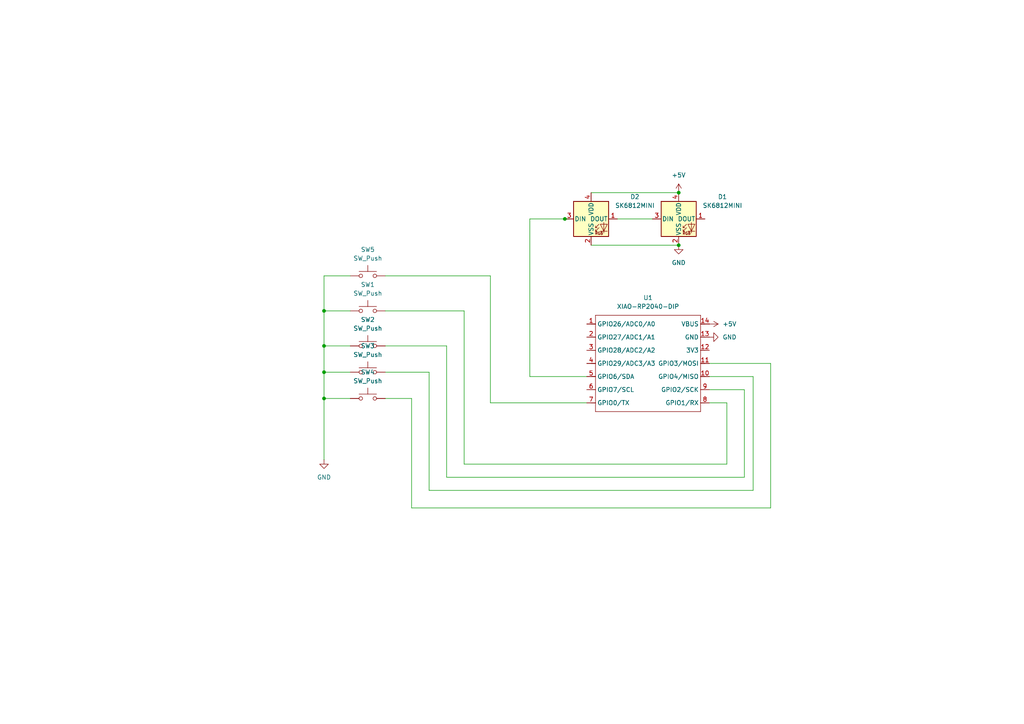
<source format=kicad_sch>
(kicad_sch (version 20250114) (generator "eeschema") (generator_version "9.0")
  (paper "A4")
  (lib_symbols
    (symbol "LED:SK6812MINI" (pin_names (offset 0.254))
      (property "Reference" "D" (at 5.08 5.715 0))
      (property "Value" "SK6812MINI" (at 1.27 -5.715 0))
      (symbol "SK6812MINI_0_0"
        (text "RGB" (at 2.286 -4.191 0) (effects (font (size 0.762 0.762))))
      )
      (symbol "SK6812MINI_0_1"
        (polyline (pts (xy 1.27 -2.54) (xy 1.778 -2.54)))
        (polyline (pts (xy 1.27 -3.556) (xy 1.778 -3.556)))
        (polyline (pts (xy 2.286 -1.524) (xy 1.27 -2.54) (xy 1.27 -2.032)))
        (polyline (pts (xy 2.286 -2.54) (xy 1.27 -3.556) (xy 1.27 -3.048)))
        (polyline (pts (xy 3.683 -1.016) (xy 3.683 -3.556) (xy 3.683 -4.064)))
        (polyline (pts (xy 4.699 -1.524) (xy 2.667 -1.524) (xy 3.683 -3.556) (xy 4.699 -1.524)))
        (polyline (pts (xy 4.699 -3.556) (xy 2.667 -3.556)))
        (rectangle (start 5.08 5.08) (end -5.08 -5.08) (stroke (width 0.254)) (fill (type background)))
      )
      (symbol "SK6812MINI_1_1"
        (pin input line (at -7.62 0 0) (length 2.54) (name "DIN") (number "3"))
        (pin power_in line (at 0 7.62 270) (length 2.54) (name "VDD") (number "4"))
        (pin power_in line (at 0 -7.62 90) (length 2.54) (name "VSS") (number "2"))
        (pin output line (at 7.62 0 180) (length 2.54) (name "DOUT") (number "1"))
      )
    )
    (symbol "OPL:XIAO-RP2040-DIP"
      (property "Reference" "U" (at 0 0 0))
      (property "Value" "XIAO-RP2040-DIP" (at 5.334 -1.778 0))
      (symbol "XIAO-RP2040-DIP_1_0"
        (polyline (pts (xy -1.27 -2.54) (xy 29.21 -2.54)) (stroke (width 0.1524)))
        (polyline (pts (xy -1.27 -5.08) (xy -2.54 -5.08)) (stroke (width 0.1524)))
        (polyline (pts (xy -1.27 -5.08) (xy -1.27 -2.54)) (stroke (width 0.1524)))
        (polyline (pts (xy -1.27 -8.89) (xy -2.54 -8.89)) (stroke (width 0.1524)))
        (polyline (pts (xy -1.27 -8.89) (xy -1.27 -5.08)) (stroke (width 0.1524)))
        (polyline (pts (xy -1.27 -12.7) (xy -2.54 -12.7)) (stroke (width 0.1524)))
        (polyline (pts (xy -1.27 -12.7) (xy -1.27 -8.89)) (stroke (width 0.1524)))
        (polyline (pts (xy -1.27 -16.51) (xy -2.54 -16.51)) (stroke (width 0.1524)))
        (polyline (pts (xy -1.27 -16.51) (xy -1.27 -12.7)) (stroke (width 0.1524)))
        (polyline (pts (xy -1.27 -20.32) (xy -2.54 -20.32)) (stroke (width 0.1524)))
        (polyline (pts (xy -1.27 -24.13) (xy -2.54 -24.13)) (stroke (width 0.1524)))
        (polyline (pts (xy -1.27 -27.94) (xy -2.54 -27.94)) (stroke (width 0.1524)))
        (polyline (pts (xy -1.27 -30.48) (xy -1.27 -16.51)) (stroke (width 0.1524)))
        (polyline (pts (xy 29.21 -2.54) (xy 29.21 -5.08)) (stroke (width 0.1524)))
        (polyline (pts (xy 29.21 -5.08) (xy 29.21 -8.89)) (stroke (width 0.1524)))
        (polyline (pts (xy 29.21 -8.89) (xy 29.21 -12.7)) (stroke (width 0.1524)))
        (polyline (pts (xy 29.21 -12.7) (xy 29.21 -30.48)) (stroke (width 0.1524)))
        (polyline (pts (xy 29.21 -30.48) (xy -1.27 -30.48)) (stroke (width 0.1524)))
        (polyline (pts (xy 30.48 -5.08) (xy 29.21 -5.08)) (stroke (width 0.1524)))
        (polyline (pts (xy 30.48 -8.89) (xy 29.21 -8.89)) (stroke (width 0.1524)))
        (polyline (pts (xy 30.48 -12.7) (xy 29.21 -12.7)) (stroke (width 0.1524)))
        (polyline (pts (xy 30.48 -16.51) (xy 29.21 -16.51)) (stroke (width 0.1524)))
        (polyline (pts (xy 30.48 -20.32) (xy 29.21 -20.32)) (stroke (width 0.1524)))
        (polyline (pts (xy 30.48 -24.13) (xy 29.21 -24.13)) (stroke (width 0.1524)))
        (polyline (pts (xy 30.48 -27.94) (xy 29.21 -27.94)) (stroke (width 0.1524)))
        (pin passive line (at -3.81 -5.08 0) (length 2.54) (name "GPIO26/ADC0/A0") (number "1"))
        (pin passive line (at -3.81 -8.89 0) (length 2.54) (name "GPIO27/ADC1/A1") (number "2"))
        (pin passive line (at -3.81 -12.7 0) (length 2.54) (name "GPIO28/ADC2/A2") (number "3"))
        (pin passive line (at -3.81 -16.51 0) (length 2.54) (name "GPIO29/ADC3/A3") (number "4"))
        (pin passive line (at -3.81 -20.32 0) (length 2.54) (name "GPIO6/SDA") (number "5"))
        (pin passive line (at -3.81 -24.13 0) (length 2.54) (name "GPIO7/SCL") (number "6"))
        (pin passive line (at -3.81 -27.94 0) (length 2.54) (name "GPIO0/TX") (number "7"))
        (pin passive line (at 31.75 -5.08 180) (length 2.54) (name "VBUS") (number "14"))
        (pin passive line (at 31.75 -8.89 180) (length 2.54) (name "GND") (number "13"))
        (pin passive line (at 31.75 -12.7 180) (length 2.54) (name "3V3") (number "12"))
        (pin passive line (at 31.75 -16.51 180) (length 2.54) (name "GPIO3/MOSI") (number "11"))
        (pin passive line (at 31.75 -20.32 180) (length 2.54) (name "GPIO4/MISO") (number "10"))
        (pin passive line (at 31.75 -24.13 180) (length 2.54) (name "GPIO2/SCK") (number "9"))
        (pin passive line (at 31.75 -27.94 180) (length 2.54) (name "GPIO1/RX") (number "8"))
      )
    )
    (symbol "Switch:SW_Push" (pin_numbers (hide yes)) (pin_names (offset 1.016) (hide yes))
      (property "Reference" "SW" (at 1.27 2.54 0))
      (property "Value" "SW_Push" (at 0 -1.524 0))
      (symbol "SW_Push_0_1"
        (circle (center -2.032 0) (radius 0.508))
        (polyline (pts (xy 0 1.27) (xy 0 3.048)))
        (circle (center 2.032 0) (radius 0.508))
        (polyline (pts (xy 2.54 1.27) (xy -2.54 1.27)))
        (pin passive line (at -5.08 0 0) (length 2.54) (name "1") (number "1"))
        (pin passive line (at 5.08 0 180) (length 2.54) (name "2") (number "2"))
      )
    )
    (symbol "power:+5V" (power) (pin_numbers (hide yes)) (pin_names (offset 0) (hide yes))
      (property "Value" "+5V" (at 0 3.556 0))
      (symbol "+5V_0_1"
        (polyline (pts (xy -0.762 1.27) (xy 0 2.54)))
        (polyline (pts (xy 0 2.54) (xy 0.762 1.27)))
        (polyline (pts (xy 0 0) (xy 0 2.54)))
      )
      (symbol "+5V_1_1"
        (pin power_in line (at 0 0 90) (length 0) (name "~") (number "1"))
      )
    )
    (symbol "power:GND" (power) (pin_numbers (hide yes)) (pin_names (offset 0) (hide yes))
      (property "Value" "GND" (at 0 -3.81 0))
      (symbol "GND_0_1"
        (polyline (pts (xy 0 0) (xy 0 -1.27) (xy 1.27 -1.27) (xy 0 -2.54) (xy -1.27 -1.27) (xy 0 -1.27)))
      )
      (symbol "GND_1_1"
        (pin power_in line (at 0 0 270) (length 0) (name "~") (number "1"))
      )
    )
  )
  (junction (at 93.98 100.33))
  (junction (at 93.98 107.95))
  (junction (at 196.85 55.88))
  (junction (at 93.98 115.57))
  (junction (at 163.83 63.5))
  (junction (at 196.85 71.12))
  (junction (at 93.98 90.17))
  (wire (pts (xy 218.44 142.24) (xy 218.44 109.22)))
  (wire (pts (xy 93.98 100.33) (xy 93.98 107.95)))
  (wire (pts (xy 111.76 107.95) (xy 124.46 107.95)))
  (wire (pts (xy 205.74 109.22) (xy 218.44 109.22)))
  (wire (pts (xy 101.6 90.17) (xy 93.98 90.17)))
  (wire (pts (xy 111.76 100.33) (xy 129.54 100.33)))
  (wire (pts (xy 134.62 90.17) (xy 134.62 134.62)))
  (wire (pts (xy 223.52 147.32) (xy 223.52 105.41)))
  (wire (pts (xy 101.6 80.01) (xy 93.98 80.01)))
  (wire (pts (xy 142.24 80.01) (xy 142.24 116.84)))
  (wire (pts (xy 93.98 80.01) (xy 93.98 90.17)))
  (wire (pts (xy 93.98 107.95) (xy 93.98 115.57)))
  (wire (pts (xy 215.9 113.03) (xy 215.9 138.43)))
  (wire (pts (xy 153.67 63.5) (xy 153.67 109.22)))
  (wire (pts (xy 93.98 115.57) (xy 101.6 115.57)))
  (wire (pts (xy 215.9 138.43) (xy 129.54 138.43)))
  (wire (pts (xy 179.07 63.5) (xy 189.23 63.5)))
  (wire (pts (xy 129.54 138.43) (xy 129.54 100.33)))
  (wire (pts (xy 171.45 71.12) (xy 196.85 71.12)))
  (wire (pts (xy 93.98 115.57) (xy 93.98 133.35)))
  (wire (pts (xy 142.24 116.84) (xy 170.18 116.84)))
  (wire (pts (xy 124.46 142.24) (xy 218.44 142.24)))
  (wire (pts (xy 119.38 115.57) (xy 119.38 147.32)))
  (wire (pts (xy 153.67 109.22) (xy 170.18 109.22)))
  (wire (pts (xy 111.76 115.57) (xy 119.38 115.57)))
  (wire (pts (xy 163.83 63.5) (xy 153.67 63.5)))
  (wire (pts (xy 171.45 55.88) (xy 196.85 55.88)))
  (wire (pts (xy 111.76 90.17) (xy 134.62 90.17)))
  (wire (pts (xy 223.52 105.41) (xy 205.74 105.41)))
  (wire (pts (xy 134.62 134.62) (xy 210.82 134.62)))
  (wire (pts (xy 93.98 100.33) (xy 101.6 100.33)))
  (wire (pts (xy 111.76 80.01) (xy 142.24 80.01)))
  (wire (pts (xy 124.46 107.95) (xy 124.46 142.24)))
  (wire (pts (xy 165.1 63.5) (xy 163.83 63.5)))
  (wire (pts (xy 93.98 90.17) (xy 93.98 100.33)))
  (wire (pts (xy 210.82 134.62) (xy 210.82 116.84)))
  (wire (pts (xy 205.74 113.03) (xy 215.9 113.03)))
  (wire (pts (xy 119.38 147.32) (xy 223.52 147.32)))
  (wire (pts (xy 93.98 107.95) (xy 101.6 107.95)))
  (wire (pts (xy 205.74 116.84) (xy 210.82 116.84)))
  (symbol (lib_id "Switch:SW_Push") (at 106.68 90.17 0) (unit 1)
    (property "Reference" "SW1" (at 106.68 82.55 0))
    (property "Value" "SW_Push" (at 106.68 85.09 0))
    (property "Footprint" "Button_Switch_Keyboard:SW_Cherry_MX_1.00u_PCB" (effects (hide yes)))
    (property "Description" "Push button switch, generic, two pins" (effects (hide yes)))
  )
  (symbol (lib_id "Switch:SW_Push") (at 106.68 115.57 0) (unit 1)
    (property "Reference" "SW4" (at 106.68 107.95 0))
    (property "Value" "SW_Push" (at 106.68 110.49 0))
    (property "Footprint" "Button_Switch_Keyboard:SW_Cherry_MX_1.00u_PCB" (effects (hide yes)))
    (property "Description" "Push button switch, generic, two pins" (effects (hide yes)))
  )
  (symbol (lib_id "Switch:SW_Push") (at 106.68 100.33 0) (unit 1)
    (property "Reference" "SW2" (at 106.68 92.71 0))
    (property "Value" "SW_Push" (at 106.68 95.25 0))
    (property "Footprint" "Button_Switch_Keyboard:SW_Cherry_MX_1.00u_PCB" (effects (hide yes)))
    (property "Description" "Push button switch, generic, two pins" (effects (hide yes)))
  )
  (symbol (lib_id "power:GND") (at 196.85 71.12 0) (unit 1)
    (property "Reference" "#PWR05" (effects (hide yes)))
    (property "Value" "GND" (at 196.85 76.2 0))
    (property "Description" "Power symbol creates a global label with name \"GND\" , ground" (effects (hide yes)))
  )
  (symbol (lib_id "power:GND") (at 93.98 133.35 0) (unit 1)
    (property "Reference" "#PWR01" (effects (hide yes)))
    (property "Value" "GND" (at 93.98 138.43 0))
    (property "Description" "Power symbol creates a global label with name \"GND\" , ground" (effects (hide yes)))
  )
  (symbol (lib_id "LED:SK6812MINI") (at 171.45 63.5 0) (unit 1)
    (property "Reference" "D2" (at 184.15 57.0798 0))
    (property "Value" "SK6812MINI" (at 184.15 59.6198 0))
    (property "Footprint" "LED_SMD:LED_SK6812MINI_PLCC4_3.5x3.5mm_P1.75mm" (effects (hide yes)))
    (property "Datasheet" "https://cdn-shop.adafruit.com/product-files/2686/SK6812MINI_REV.01-1-2.pdf" (effects (hide yes)))
    (property "Description" "RGB LED with integrated controller" (effects (hide yes)))
  )
  (symbol (lib_id "OPL:XIAO-RP2040-DIP") (at 173.99 88.9 0) (unit 1)
    (property "Reference" "U1" (at 187.96 86.36 0))
    (property "Value" "XIAO-RP2040-DIP" (at 187.96 88.9 0))
    (property "Footprint" "OPL:XIAO-RP2040-DIP" (effects (hide yes)))
  )
  (symbol (lib_id "LED:SK6812MINI") (at 196.85 63.5 0) (unit 1)
    (property "Reference" "D1" (at 209.55 57.0798 0))
    (property "Value" "SK6812MINI" (at 209.55 59.6198 0))
    (property "Footprint" "LED_SMD:LED_SK6812MINI_PLCC4_3.5x3.5mm_P1.75mm" (effects (hide yes)))
    (property "Datasheet" "https://cdn-shop.adafruit.com/product-files/2686/SK6812MINI_REV.01-1-2.pdf" (effects (hide yes)))
    (property "Description" "RGB LED with integrated controller" (effects (hide yes)))
  )
  (symbol (lib_id "power:+5V") (at 205.74 93.98 270) (unit 1)
    (property "Reference" "#PWR02" (effects (hide yes)))
    (property "Value" "+5V" (at 209.55 93.9799 90) (effects (justify left)))
    (property "Description" "Power symbol creates a global label with name \"+5V\"" (effects (hide yes)))
  )
  (symbol (lib_id "power:GND") (at 205.74 97.79 90) (unit 1)
    (property "Reference" "#PWR03" (effects (hide yes)))
    (property "Value" "GND" (at 209.55 97.7899 90) (effects (justify right)))
    (property "Description" "Power symbol creates a global label with name \"GND\" , ground" (effects (hide yes)))
  )
  (symbol (lib_id "Switch:SW_Push") (at 106.68 107.95 0) (unit 1)
    (property "Reference" "SW3" (at 106.68 100.33 0))
    (property "Value" "SW_Push" (at 106.68 102.87 0))
    (property "Footprint" "Button_Switch_Keyboard:SW_Cherry_MX_1.00u_PCB" (effects (hide yes)))
    (property "Description" "Push button switch, generic, two pins" (effects (hide yes)))
  )
  (symbol (lib_id "power:+5V") (at 196.85 55.88 0) (unit 1)
    (property "Reference" "#PWR04" (effects (hide yes)))
    (property "Value" "+5V" (at 196.85 50.8 0))
    (property "Description" "Power symbol creates a global label with name \"+5V\"" (effects (hide yes)))
  )
  (symbol (lib_id "Switch:SW_Push") (at 106.68 80.01 0) (unit 1)
    (property "Reference" "SW5" (at 106.68 72.39 0))
    (property "Value" "SW_Push" (at 106.68 74.93 0))
    (property "Footprint" "Button_Switch_Keyboard:SW_Cherry_MX_1.00u_PCB" (effects (hide yes)))
    (property "Description" "Push button switch, generic, two pins" (effects (hide yes)))
  )
)
</source>
